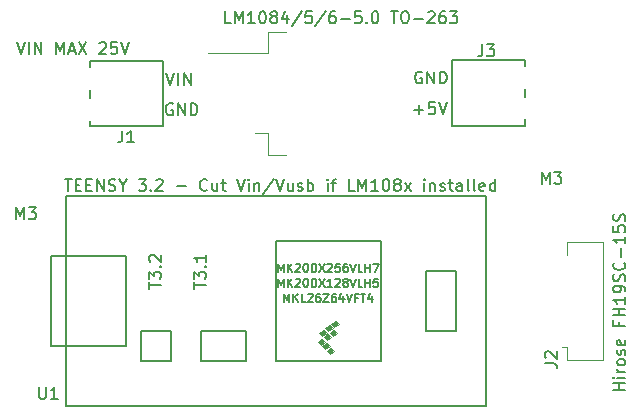
<source format=gbr>
G04 #@! TF.GenerationSoftware,KiCad,Pcbnew,(5.1.5)-2*
G04 #@! TF.CreationDate,2020-01-08T13:09:33+10:00*
G04 #@! TF.ProjectId,teensy-carrier,7465656e-7379-42d6-9361-72726965722e,rev?*
G04 #@! TF.SameCoordinates,Original*
G04 #@! TF.FileFunction,Legend,Top*
G04 #@! TF.FilePolarity,Positive*
%FSLAX46Y46*%
G04 Gerber Fmt 4.6, Leading zero omitted, Abs format (unit mm)*
G04 Created by KiCad (PCBNEW (5.1.5)-2) date 2020-01-08 13:09:33*
%MOMM*%
%LPD*%
G04 APERTURE LIST*
%ADD10C,0.150000*%
%ADD11C,0.100000*%
%ADD12C,0.120000*%
G04 APERTURE END LIST*
D10*
X670190476Y-382952380D02*
X670190476Y-381952380D01*
X670523809Y-382666666D01*
X670857142Y-381952380D01*
X670857142Y-382952380D01*
X671238095Y-381952380D02*
X671857142Y-381952380D01*
X671523809Y-382333333D01*
X671666666Y-382333333D01*
X671761904Y-382380952D01*
X671809523Y-382428571D01*
X671857142Y-382523809D01*
X671857142Y-382761904D01*
X671809523Y-382857142D01*
X671761904Y-382904761D01*
X671666666Y-382952380D01*
X671380952Y-382952380D01*
X671285714Y-382904761D01*
X671238095Y-382857142D01*
X714690476Y-379952380D02*
X714690476Y-378952380D01*
X715023809Y-379666666D01*
X715357142Y-378952380D01*
X715357142Y-379952380D01*
X715738095Y-378952380D02*
X716357142Y-378952380D01*
X716023809Y-379333333D01*
X716166666Y-379333333D01*
X716261904Y-379380952D01*
X716309523Y-379428571D01*
X716357142Y-379523809D01*
X716357142Y-379761904D01*
X716309523Y-379857142D01*
X716261904Y-379904761D01*
X716166666Y-379952380D01*
X715880952Y-379952380D01*
X715785714Y-379904761D01*
X715738095Y-379857142D01*
X721752380Y-397428571D02*
X720752380Y-397428571D01*
X721228571Y-397428571D02*
X721228571Y-396857142D01*
X721752380Y-396857142D02*
X720752380Y-396857142D01*
X721752380Y-396380952D02*
X721085714Y-396380952D01*
X720752380Y-396380952D02*
X720800000Y-396428571D01*
X720847619Y-396380952D01*
X720800000Y-396333333D01*
X720752380Y-396380952D01*
X720847619Y-396380952D01*
X721752380Y-395904761D02*
X721085714Y-395904761D01*
X721276190Y-395904761D02*
X721180952Y-395857142D01*
X721133333Y-395809523D01*
X721085714Y-395714285D01*
X721085714Y-395619047D01*
X721752380Y-395142857D02*
X721704761Y-395238095D01*
X721657142Y-395285714D01*
X721561904Y-395333333D01*
X721276190Y-395333333D01*
X721180952Y-395285714D01*
X721133333Y-395238095D01*
X721085714Y-395142857D01*
X721085714Y-395000000D01*
X721133333Y-394904761D01*
X721180952Y-394857142D01*
X721276190Y-394809523D01*
X721561904Y-394809523D01*
X721657142Y-394857142D01*
X721704761Y-394904761D01*
X721752380Y-395000000D01*
X721752380Y-395142857D01*
X721704761Y-394428571D02*
X721752380Y-394333333D01*
X721752380Y-394142857D01*
X721704761Y-394047619D01*
X721609523Y-394000000D01*
X721561904Y-394000000D01*
X721466666Y-394047619D01*
X721419047Y-394142857D01*
X721419047Y-394285714D01*
X721371428Y-394380952D01*
X721276190Y-394428571D01*
X721228571Y-394428571D01*
X721133333Y-394380952D01*
X721085714Y-394285714D01*
X721085714Y-394142857D01*
X721133333Y-394047619D01*
X721704761Y-393190476D02*
X721752380Y-393285714D01*
X721752380Y-393476190D01*
X721704761Y-393571428D01*
X721609523Y-393619047D01*
X721228571Y-393619047D01*
X721133333Y-393571428D01*
X721085714Y-393476190D01*
X721085714Y-393285714D01*
X721133333Y-393190476D01*
X721228571Y-393142857D01*
X721323809Y-393142857D01*
X721419047Y-393619047D01*
X721228571Y-391619047D02*
X721228571Y-391952380D01*
X721752380Y-391952380D02*
X720752380Y-391952380D01*
X720752380Y-391476190D01*
X721752380Y-391095238D02*
X720752380Y-391095238D01*
X721228571Y-391095238D02*
X721228571Y-390523809D01*
X721752380Y-390523809D02*
X720752380Y-390523809D01*
X721752380Y-389523809D02*
X721752380Y-390095238D01*
X721752380Y-389809523D02*
X720752380Y-389809523D01*
X720895238Y-389904761D01*
X720990476Y-390000000D01*
X721038095Y-390095238D01*
X721752380Y-389047619D02*
X721752380Y-388857142D01*
X721704761Y-388761904D01*
X721657142Y-388714285D01*
X721514285Y-388619047D01*
X721323809Y-388571428D01*
X720942857Y-388571428D01*
X720847619Y-388619047D01*
X720800000Y-388666666D01*
X720752380Y-388761904D01*
X720752380Y-388952380D01*
X720800000Y-389047619D01*
X720847619Y-389095238D01*
X720942857Y-389142857D01*
X721180952Y-389142857D01*
X721276190Y-389095238D01*
X721323809Y-389047619D01*
X721371428Y-388952380D01*
X721371428Y-388761904D01*
X721323809Y-388666666D01*
X721276190Y-388619047D01*
X721180952Y-388571428D01*
X721704761Y-388190476D02*
X721752380Y-388047619D01*
X721752380Y-387809523D01*
X721704761Y-387714285D01*
X721657142Y-387666666D01*
X721561904Y-387619047D01*
X721466666Y-387619047D01*
X721371428Y-387666666D01*
X721323809Y-387714285D01*
X721276190Y-387809523D01*
X721228571Y-388000000D01*
X721180952Y-388095238D01*
X721133333Y-388142857D01*
X721038095Y-388190476D01*
X720942857Y-388190476D01*
X720847619Y-388142857D01*
X720800000Y-388095238D01*
X720752380Y-388000000D01*
X720752380Y-387761904D01*
X720800000Y-387619047D01*
X721657142Y-386619047D02*
X721704761Y-386666666D01*
X721752380Y-386809523D01*
X721752380Y-386904761D01*
X721704761Y-387047619D01*
X721609523Y-387142857D01*
X721514285Y-387190476D01*
X721323809Y-387238095D01*
X721180952Y-387238095D01*
X720990476Y-387190476D01*
X720895238Y-387142857D01*
X720800000Y-387047619D01*
X720752380Y-386904761D01*
X720752380Y-386809523D01*
X720800000Y-386666666D01*
X720847619Y-386619047D01*
X721371428Y-386190476D02*
X721371428Y-385428571D01*
X721752380Y-384428571D02*
X721752380Y-385000000D01*
X721752380Y-384714285D02*
X720752380Y-384714285D01*
X720895238Y-384809523D01*
X720990476Y-384904761D01*
X721038095Y-385000000D01*
X720752380Y-383523809D02*
X720752380Y-384000000D01*
X721228571Y-384047619D01*
X721180952Y-384000000D01*
X721133333Y-383904761D01*
X721133333Y-383666666D01*
X721180952Y-383571428D01*
X721228571Y-383523809D01*
X721323809Y-383476190D01*
X721561904Y-383476190D01*
X721657142Y-383523809D01*
X721704761Y-383571428D01*
X721752380Y-383666666D01*
X721752380Y-383904761D01*
X721704761Y-384000000D01*
X721657142Y-384047619D01*
X721704761Y-383095238D02*
X721752380Y-382952380D01*
X721752380Y-382714285D01*
X721704761Y-382619047D01*
X721657142Y-382571428D01*
X721561904Y-382523809D01*
X721466666Y-382523809D01*
X721371428Y-382571428D01*
X721323809Y-382619047D01*
X721276190Y-382714285D01*
X721228571Y-382904761D01*
X721180952Y-383000000D01*
X721133333Y-383047619D01*
X721038095Y-383095238D01*
X720942857Y-383095238D01*
X720847619Y-383047619D01*
X720800000Y-383000000D01*
X720752380Y-382904761D01*
X720752380Y-382666666D01*
X720800000Y-382523809D01*
X674314285Y-379552380D02*
X674885714Y-379552380D01*
X674600000Y-380552380D02*
X674600000Y-379552380D01*
X675219047Y-380028571D02*
X675552380Y-380028571D01*
X675695238Y-380552380D02*
X675219047Y-380552380D01*
X675219047Y-379552380D01*
X675695238Y-379552380D01*
X676123809Y-380028571D02*
X676457142Y-380028571D01*
X676600000Y-380552380D02*
X676123809Y-380552380D01*
X676123809Y-379552380D01*
X676600000Y-379552380D01*
X677028571Y-380552380D02*
X677028571Y-379552380D01*
X677600000Y-380552380D01*
X677600000Y-379552380D01*
X678028571Y-380504761D02*
X678171428Y-380552380D01*
X678409523Y-380552380D01*
X678504761Y-380504761D01*
X678552380Y-380457142D01*
X678600000Y-380361904D01*
X678600000Y-380266666D01*
X678552380Y-380171428D01*
X678504761Y-380123809D01*
X678409523Y-380076190D01*
X678219047Y-380028571D01*
X678123809Y-379980952D01*
X678076190Y-379933333D01*
X678028571Y-379838095D01*
X678028571Y-379742857D01*
X678076190Y-379647619D01*
X678123809Y-379600000D01*
X678219047Y-379552380D01*
X678457142Y-379552380D01*
X678600000Y-379600000D01*
X679219047Y-380076190D02*
X679219047Y-380552380D01*
X678885714Y-379552380D02*
X679219047Y-380076190D01*
X679552380Y-379552380D01*
X680552380Y-379552380D02*
X681171428Y-379552380D01*
X680838095Y-379933333D01*
X680980952Y-379933333D01*
X681076190Y-379980952D01*
X681123809Y-380028571D01*
X681171428Y-380123809D01*
X681171428Y-380361904D01*
X681123809Y-380457142D01*
X681076190Y-380504761D01*
X680980952Y-380552380D01*
X680695238Y-380552380D01*
X680600000Y-380504761D01*
X680552380Y-380457142D01*
X681600000Y-380457142D02*
X681647619Y-380504761D01*
X681600000Y-380552380D01*
X681552380Y-380504761D01*
X681600000Y-380457142D01*
X681600000Y-380552380D01*
X682028571Y-379647619D02*
X682076190Y-379600000D01*
X682171428Y-379552380D01*
X682409523Y-379552380D01*
X682504761Y-379600000D01*
X682552380Y-379647619D01*
X682600000Y-379742857D01*
X682600000Y-379838095D01*
X682552380Y-379980952D01*
X681980952Y-380552380D01*
X682600000Y-380552380D01*
X683790476Y-380171428D02*
X684552380Y-380171428D01*
X686361904Y-380457142D02*
X686314285Y-380504761D01*
X686171428Y-380552380D01*
X686076190Y-380552380D01*
X685933333Y-380504761D01*
X685838095Y-380409523D01*
X685790476Y-380314285D01*
X685742857Y-380123809D01*
X685742857Y-379980952D01*
X685790476Y-379790476D01*
X685838095Y-379695238D01*
X685933333Y-379600000D01*
X686076190Y-379552380D01*
X686171428Y-379552380D01*
X686314285Y-379600000D01*
X686361904Y-379647619D01*
X687219047Y-379885714D02*
X687219047Y-380552380D01*
X686790476Y-379885714D02*
X686790476Y-380409523D01*
X686838095Y-380504761D01*
X686933333Y-380552380D01*
X687076190Y-380552380D01*
X687171428Y-380504761D01*
X687219047Y-380457142D01*
X687552380Y-379885714D02*
X687933333Y-379885714D01*
X687695238Y-379552380D02*
X687695238Y-380409523D01*
X687742857Y-380504761D01*
X687838095Y-380552380D01*
X687933333Y-380552380D01*
X688885714Y-379552380D02*
X689219047Y-380552380D01*
X689552380Y-379552380D01*
X689885714Y-380552380D02*
X689885714Y-379885714D01*
X689885714Y-379552380D02*
X689838095Y-379600000D01*
X689885714Y-379647619D01*
X689933333Y-379600000D01*
X689885714Y-379552380D01*
X689885714Y-379647619D01*
X690361904Y-379885714D02*
X690361904Y-380552380D01*
X690361904Y-379980952D02*
X690409523Y-379933333D01*
X690504761Y-379885714D01*
X690647619Y-379885714D01*
X690742857Y-379933333D01*
X690790476Y-380028571D01*
X690790476Y-380552380D01*
X691980952Y-379504761D02*
X691123809Y-380790476D01*
X692171428Y-379552380D02*
X692504761Y-380552380D01*
X692838095Y-379552380D01*
X693600000Y-379885714D02*
X693600000Y-380552380D01*
X693171428Y-379885714D02*
X693171428Y-380409523D01*
X693219047Y-380504761D01*
X693314285Y-380552380D01*
X693457142Y-380552380D01*
X693552380Y-380504761D01*
X693600000Y-380457142D01*
X694028571Y-380504761D02*
X694123809Y-380552380D01*
X694314285Y-380552380D01*
X694409523Y-380504761D01*
X694457142Y-380409523D01*
X694457142Y-380361904D01*
X694409523Y-380266666D01*
X694314285Y-380219047D01*
X694171428Y-380219047D01*
X694076190Y-380171428D01*
X694028571Y-380076190D01*
X694028571Y-380028571D01*
X694076190Y-379933333D01*
X694171428Y-379885714D01*
X694314285Y-379885714D01*
X694409523Y-379933333D01*
X694885714Y-380552380D02*
X694885714Y-379552380D01*
X694885714Y-379933333D02*
X694980952Y-379885714D01*
X695171428Y-379885714D01*
X695266666Y-379933333D01*
X695314285Y-379980952D01*
X695361904Y-380076190D01*
X695361904Y-380361904D01*
X695314285Y-380457142D01*
X695266666Y-380504761D01*
X695171428Y-380552380D01*
X694980952Y-380552380D01*
X694885714Y-380504761D01*
X696552380Y-380552380D02*
X696552380Y-379885714D01*
X696552380Y-379552380D02*
X696504761Y-379600000D01*
X696552380Y-379647619D01*
X696600000Y-379600000D01*
X696552380Y-379552380D01*
X696552380Y-379647619D01*
X696885714Y-379885714D02*
X697266666Y-379885714D01*
X697028571Y-380552380D02*
X697028571Y-379695238D01*
X697076190Y-379600000D01*
X697171428Y-379552380D01*
X697266666Y-379552380D01*
X698838095Y-380552380D02*
X698361904Y-380552380D01*
X698361904Y-379552380D01*
X699171428Y-380552380D02*
X699171428Y-379552380D01*
X699504761Y-380266666D01*
X699838095Y-379552380D01*
X699838095Y-380552380D01*
X700838095Y-380552380D02*
X700266666Y-380552380D01*
X700552380Y-380552380D02*
X700552380Y-379552380D01*
X700457142Y-379695238D01*
X700361904Y-379790476D01*
X700266666Y-379838095D01*
X701457142Y-379552380D02*
X701552380Y-379552380D01*
X701647619Y-379600000D01*
X701695238Y-379647619D01*
X701742857Y-379742857D01*
X701790476Y-379933333D01*
X701790476Y-380171428D01*
X701742857Y-380361904D01*
X701695238Y-380457142D01*
X701647619Y-380504761D01*
X701552380Y-380552380D01*
X701457142Y-380552380D01*
X701361904Y-380504761D01*
X701314285Y-380457142D01*
X701266666Y-380361904D01*
X701219047Y-380171428D01*
X701219047Y-379933333D01*
X701266666Y-379742857D01*
X701314285Y-379647619D01*
X701361904Y-379600000D01*
X701457142Y-379552380D01*
X702361904Y-379980952D02*
X702266666Y-379933333D01*
X702219047Y-379885714D01*
X702171428Y-379790476D01*
X702171428Y-379742857D01*
X702219047Y-379647619D01*
X702266666Y-379600000D01*
X702361904Y-379552380D01*
X702552380Y-379552380D01*
X702647619Y-379600000D01*
X702695238Y-379647619D01*
X702742857Y-379742857D01*
X702742857Y-379790476D01*
X702695238Y-379885714D01*
X702647619Y-379933333D01*
X702552380Y-379980952D01*
X702361904Y-379980952D01*
X702266666Y-380028571D01*
X702219047Y-380076190D01*
X702171428Y-380171428D01*
X702171428Y-380361904D01*
X702219047Y-380457142D01*
X702266666Y-380504761D01*
X702361904Y-380552380D01*
X702552380Y-380552380D01*
X702647619Y-380504761D01*
X702695238Y-380457142D01*
X702742857Y-380361904D01*
X702742857Y-380171428D01*
X702695238Y-380076190D01*
X702647619Y-380028571D01*
X702552380Y-379980952D01*
X703076190Y-380552380D02*
X703600000Y-379885714D01*
X703076190Y-379885714D02*
X703600000Y-380552380D01*
X704742857Y-380552380D02*
X704742857Y-379885714D01*
X704742857Y-379552380D02*
X704695238Y-379600000D01*
X704742857Y-379647619D01*
X704790476Y-379600000D01*
X704742857Y-379552380D01*
X704742857Y-379647619D01*
X705219047Y-379885714D02*
X705219047Y-380552380D01*
X705219047Y-379980952D02*
X705266666Y-379933333D01*
X705361904Y-379885714D01*
X705504761Y-379885714D01*
X705600000Y-379933333D01*
X705647619Y-380028571D01*
X705647619Y-380552380D01*
X706076190Y-380504761D02*
X706171428Y-380552380D01*
X706361904Y-380552380D01*
X706457142Y-380504761D01*
X706504761Y-380409523D01*
X706504761Y-380361904D01*
X706457142Y-380266666D01*
X706361904Y-380219047D01*
X706219047Y-380219047D01*
X706123809Y-380171428D01*
X706076190Y-380076190D01*
X706076190Y-380028571D01*
X706123809Y-379933333D01*
X706219047Y-379885714D01*
X706361904Y-379885714D01*
X706457142Y-379933333D01*
X706790476Y-379885714D02*
X707171428Y-379885714D01*
X706933333Y-379552380D02*
X706933333Y-380409523D01*
X706980952Y-380504761D01*
X707076190Y-380552380D01*
X707171428Y-380552380D01*
X707933333Y-380552380D02*
X707933333Y-380028571D01*
X707885714Y-379933333D01*
X707790476Y-379885714D01*
X707600000Y-379885714D01*
X707504761Y-379933333D01*
X707933333Y-380504761D02*
X707838095Y-380552380D01*
X707600000Y-380552380D01*
X707504761Y-380504761D01*
X707457142Y-380409523D01*
X707457142Y-380314285D01*
X707504761Y-380219047D01*
X707600000Y-380171428D01*
X707838095Y-380171428D01*
X707933333Y-380123809D01*
X708552380Y-380552380D02*
X708457142Y-380504761D01*
X708409523Y-380409523D01*
X708409523Y-379552380D01*
X709076190Y-380552380D02*
X708980952Y-380504761D01*
X708933333Y-380409523D01*
X708933333Y-379552380D01*
X709838095Y-380504761D02*
X709742857Y-380552380D01*
X709552380Y-380552380D01*
X709457142Y-380504761D01*
X709409523Y-380409523D01*
X709409523Y-380028571D01*
X709457142Y-379933333D01*
X709552380Y-379885714D01*
X709742857Y-379885714D01*
X709838095Y-379933333D01*
X709885714Y-380028571D01*
X709885714Y-380123809D01*
X709409523Y-380219047D01*
X710742857Y-380552380D02*
X710742857Y-379552380D01*
X710742857Y-380504761D02*
X710647619Y-380552380D01*
X710457142Y-380552380D01*
X710361904Y-380504761D01*
X710314285Y-380457142D01*
X710266666Y-380361904D01*
X710266666Y-380076190D01*
X710314285Y-379980952D01*
X710361904Y-379933333D01*
X710457142Y-379885714D01*
X710647619Y-379885714D01*
X710742857Y-379933333D01*
X688390476Y-366352380D02*
X687914285Y-366352380D01*
X687914285Y-365352380D01*
X688723809Y-366352380D02*
X688723809Y-365352380D01*
X689057142Y-366066666D01*
X689390476Y-365352380D01*
X689390476Y-366352380D01*
X690390476Y-366352380D02*
X689819047Y-366352380D01*
X690104761Y-366352380D02*
X690104761Y-365352380D01*
X690009523Y-365495238D01*
X689914285Y-365590476D01*
X689819047Y-365638095D01*
X691009523Y-365352380D02*
X691104761Y-365352380D01*
X691200000Y-365400000D01*
X691247619Y-365447619D01*
X691295238Y-365542857D01*
X691342857Y-365733333D01*
X691342857Y-365971428D01*
X691295238Y-366161904D01*
X691247619Y-366257142D01*
X691200000Y-366304761D01*
X691104761Y-366352380D01*
X691009523Y-366352380D01*
X690914285Y-366304761D01*
X690866666Y-366257142D01*
X690819047Y-366161904D01*
X690771428Y-365971428D01*
X690771428Y-365733333D01*
X690819047Y-365542857D01*
X690866666Y-365447619D01*
X690914285Y-365400000D01*
X691009523Y-365352380D01*
X691914285Y-365780952D02*
X691819047Y-365733333D01*
X691771428Y-365685714D01*
X691723809Y-365590476D01*
X691723809Y-365542857D01*
X691771428Y-365447619D01*
X691819047Y-365400000D01*
X691914285Y-365352380D01*
X692104761Y-365352380D01*
X692200000Y-365400000D01*
X692247619Y-365447619D01*
X692295238Y-365542857D01*
X692295238Y-365590476D01*
X692247619Y-365685714D01*
X692200000Y-365733333D01*
X692104761Y-365780952D01*
X691914285Y-365780952D01*
X691819047Y-365828571D01*
X691771428Y-365876190D01*
X691723809Y-365971428D01*
X691723809Y-366161904D01*
X691771428Y-366257142D01*
X691819047Y-366304761D01*
X691914285Y-366352380D01*
X692104761Y-366352380D01*
X692200000Y-366304761D01*
X692247619Y-366257142D01*
X692295238Y-366161904D01*
X692295238Y-365971428D01*
X692247619Y-365876190D01*
X692200000Y-365828571D01*
X692104761Y-365780952D01*
X693152380Y-365685714D02*
X693152380Y-366352380D01*
X692914285Y-365304761D02*
X692676190Y-366019047D01*
X693295238Y-366019047D01*
X694390476Y-365304761D02*
X693533333Y-366590476D01*
X695200000Y-365352380D02*
X694723809Y-365352380D01*
X694676190Y-365828571D01*
X694723809Y-365780952D01*
X694819047Y-365733333D01*
X695057142Y-365733333D01*
X695152380Y-365780952D01*
X695200000Y-365828571D01*
X695247619Y-365923809D01*
X695247619Y-366161904D01*
X695200000Y-366257142D01*
X695152380Y-366304761D01*
X695057142Y-366352380D01*
X694819047Y-366352380D01*
X694723809Y-366304761D01*
X694676190Y-366257142D01*
X696390476Y-365304761D02*
X695533333Y-366590476D01*
X697152380Y-365352380D02*
X696961904Y-365352380D01*
X696866666Y-365400000D01*
X696819047Y-365447619D01*
X696723809Y-365590476D01*
X696676190Y-365780952D01*
X696676190Y-366161904D01*
X696723809Y-366257142D01*
X696771428Y-366304761D01*
X696866666Y-366352380D01*
X697057142Y-366352380D01*
X697152380Y-366304761D01*
X697200000Y-366257142D01*
X697247619Y-366161904D01*
X697247619Y-365923809D01*
X697200000Y-365828571D01*
X697152380Y-365780952D01*
X697057142Y-365733333D01*
X696866666Y-365733333D01*
X696771428Y-365780952D01*
X696723809Y-365828571D01*
X696676190Y-365923809D01*
X697676190Y-365971428D02*
X698438095Y-365971428D01*
X699390476Y-365352380D02*
X698914285Y-365352380D01*
X698866666Y-365828571D01*
X698914285Y-365780952D01*
X699009523Y-365733333D01*
X699247619Y-365733333D01*
X699342857Y-365780952D01*
X699390476Y-365828571D01*
X699438095Y-365923809D01*
X699438095Y-366161904D01*
X699390476Y-366257142D01*
X699342857Y-366304761D01*
X699247619Y-366352380D01*
X699009523Y-366352380D01*
X698914285Y-366304761D01*
X698866666Y-366257142D01*
X699866666Y-366257142D02*
X699914285Y-366304761D01*
X699866666Y-366352380D01*
X699819047Y-366304761D01*
X699866666Y-366257142D01*
X699866666Y-366352380D01*
X700533333Y-365352380D02*
X700628571Y-365352380D01*
X700723809Y-365400000D01*
X700771428Y-365447619D01*
X700819047Y-365542857D01*
X700866666Y-365733333D01*
X700866666Y-365971428D01*
X700819047Y-366161904D01*
X700771428Y-366257142D01*
X700723809Y-366304761D01*
X700628571Y-366352380D01*
X700533333Y-366352380D01*
X700438095Y-366304761D01*
X700390476Y-366257142D01*
X700342857Y-366161904D01*
X700295238Y-365971428D01*
X700295238Y-365733333D01*
X700342857Y-365542857D01*
X700390476Y-365447619D01*
X700438095Y-365400000D01*
X700533333Y-365352380D01*
X701914285Y-365352380D02*
X702485714Y-365352380D01*
X702200000Y-366352380D02*
X702200000Y-365352380D01*
X703009523Y-365352380D02*
X703200000Y-365352380D01*
X703295238Y-365400000D01*
X703390476Y-365495238D01*
X703438095Y-365685714D01*
X703438095Y-366019047D01*
X703390476Y-366209523D01*
X703295238Y-366304761D01*
X703200000Y-366352380D01*
X703009523Y-366352380D01*
X702914285Y-366304761D01*
X702819047Y-366209523D01*
X702771428Y-366019047D01*
X702771428Y-365685714D01*
X702819047Y-365495238D01*
X702914285Y-365400000D01*
X703009523Y-365352380D01*
X703866666Y-365971428D02*
X704628571Y-365971428D01*
X705057142Y-365447619D02*
X705104761Y-365400000D01*
X705200000Y-365352380D01*
X705438095Y-365352380D01*
X705533333Y-365400000D01*
X705580952Y-365447619D01*
X705628571Y-365542857D01*
X705628571Y-365638095D01*
X705580952Y-365780952D01*
X705009523Y-366352380D01*
X705628571Y-366352380D01*
X706485714Y-365352380D02*
X706295238Y-365352380D01*
X706200000Y-365400000D01*
X706152380Y-365447619D01*
X706057142Y-365590476D01*
X706009523Y-365780952D01*
X706009523Y-366161904D01*
X706057142Y-366257142D01*
X706104761Y-366304761D01*
X706200000Y-366352380D01*
X706390476Y-366352380D01*
X706485714Y-366304761D01*
X706533333Y-366257142D01*
X706580952Y-366161904D01*
X706580952Y-365923809D01*
X706533333Y-365828571D01*
X706485714Y-365780952D01*
X706390476Y-365733333D01*
X706200000Y-365733333D01*
X706104761Y-365780952D01*
X706057142Y-365828571D01*
X706009523Y-365923809D01*
X706914285Y-365352380D02*
X707533333Y-365352380D01*
X707200000Y-365733333D01*
X707342857Y-365733333D01*
X707438095Y-365780952D01*
X707485714Y-365828571D01*
X707533333Y-365923809D01*
X707533333Y-366161904D01*
X707485714Y-366257142D01*
X707438095Y-366304761D01*
X707342857Y-366352380D01*
X707057142Y-366352380D01*
X706961904Y-366304761D01*
X706914285Y-366257142D01*
X682904761Y-370552380D02*
X683238095Y-371552380D01*
X683571428Y-370552380D01*
X683904761Y-371552380D02*
X683904761Y-370552380D01*
X684380952Y-371552380D02*
X684380952Y-370552380D01*
X684952380Y-371552380D01*
X684952380Y-370552380D01*
X703914285Y-373671428D02*
X704676190Y-373671428D01*
X704295238Y-374052380D02*
X704295238Y-373290476D01*
X705628571Y-373052380D02*
X705152380Y-373052380D01*
X705104761Y-373528571D01*
X705152380Y-373480952D01*
X705247619Y-373433333D01*
X705485714Y-373433333D01*
X705580952Y-373480952D01*
X705628571Y-373528571D01*
X705676190Y-373623809D01*
X705676190Y-373861904D01*
X705628571Y-373957142D01*
X705580952Y-374004761D01*
X705485714Y-374052380D01*
X705247619Y-374052380D01*
X705152380Y-374004761D01*
X705104761Y-373957142D01*
X705961904Y-373052380D02*
X706295238Y-374052380D01*
X706628571Y-373052380D01*
X704538095Y-370500000D02*
X704442857Y-370452380D01*
X704300000Y-370452380D01*
X704157142Y-370500000D01*
X704061904Y-370595238D01*
X704014285Y-370690476D01*
X703966666Y-370880952D01*
X703966666Y-371023809D01*
X704014285Y-371214285D01*
X704061904Y-371309523D01*
X704157142Y-371404761D01*
X704300000Y-371452380D01*
X704395238Y-371452380D01*
X704538095Y-371404761D01*
X704585714Y-371357142D01*
X704585714Y-371023809D01*
X704395238Y-371023809D01*
X705014285Y-371452380D02*
X705014285Y-370452380D01*
X705585714Y-371452380D01*
X705585714Y-370452380D01*
X706061904Y-371452380D02*
X706061904Y-370452380D01*
X706300000Y-370452380D01*
X706442857Y-370500000D01*
X706538095Y-370595238D01*
X706585714Y-370690476D01*
X706633333Y-370880952D01*
X706633333Y-371023809D01*
X706585714Y-371214285D01*
X706538095Y-371309523D01*
X706442857Y-371404761D01*
X706300000Y-371452380D01*
X706061904Y-371452380D01*
X683438095Y-373200000D02*
X683342857Y-373152380D01*
X683200000Y-373152380D01*
X683057142Y-373200000D01*
X682961904Y-373295238D01*
X682914285Y-373390476D01*
X682866666Y-373580952D01*
X682866666Y-373723809D01*
X682914285Y-373914285D01*
X682961904Y-374009523D01*
X683057142Y-374104761D01*
X683200000Y-374152380D01*
X683295238Y-374152380D01*
X683438095Y-374104761D01*
X683485714Y-374057142D01*
X683485714Y-373723809D01*
X683295238Y-373723809D01*
X683914285Y-374152380D02*
X683914285Y-373152380D01*
X684485714Y-374152380D01*
X684485714Y-373152380D01*
X684961904Y-374152380D02*
X684961904Y-373152380D01*
X685200000Y-373152380D01*
X685342857Y-373200000D01*
X685438095Y-373295238D01*
X685485714Y-373390476D01*
X685533333Y-373580952D01*
X685533333Y-373723809D01*
X685485714Y-373914285D01*
X685438095Y-374009523D01*
X685342857Y-374104761D01*
X685200000Y-374152380D01*
X684961904Y-374152380D01*
X670285714Y-367952380D02*
X670619047Y-368952380D01*
X670952380Y-367952380D01*
X671285714Y-368952380D02*
X671285714Y-367952380D01*
X671761904Y-368952380D02*
X671761904Y-367952380D01*
X672333333Y-368952380D01*
X672333333Y-367952380D01*
X673571428Y-368952380D02*
X673571428Y-367952380D01*
X673904761Y-368666666D01*
X674238095Y-367952380D01*
X674238095Y-368952380D01*
X674666666Y-368666666D02*
X675142857Y-368666666D01*
X674571428Y-368952380D02*
X674904761Y-367952380D01*
X675238095Y-368952380D01*
X675476190Y-367952380D02*
X676142857Y-368952380D01*
X676142857Y-367952380D02*
X675476190Y-368952380D01*
X677238095Y-368047619D02*
X677285714Y-368000000D01*
X677380952Y-367952380D01*
X677619047Y-367952380D01*
X677714285Y-368000000D01*
X677761904Y-368047619D01*
X677809523Y-368142857D01*
X677809523Y-368238095D01*
X677761904Y-368380952D01*
X677190476Y-368952380D01*
X677809523Y-368952380D01*
X678714285Y-367952380D02*
X678238095Y-367952380D01*
X678190476Y-368428571D01*
X678238095Y-368380952D01*
X678333333Y-368333333D01*
X678571428Y-368333333D01*
X678666666Y-368380952D01*
X678714285Y-368428571D01*
X678761904Y-368523809D01*
X678761904Y-368761904D01*
X678714285Y-368857142D01*
X678666666Y-368904761D01*
X678571428Y-368952380D01*
X678333333Y-368952380D01*
X678238095Y-368904761D01*
X678190476Y-368857142D01*
X679047619Y-367952380D02*
X679380952Y-368952380D01*
X679714285Y-367952380D01*
X676400000Y-372700000D02*
X676400000Y-372000000D01*
X676400000Y-369560000D02*
X676400000Y-370100000D01*
X682600000Y-369560000D02*
X676400000Y-369560000D01*
X682600000Y-375100000D02*
X682600000Y-369560000D01*
X676400000Y-375100000D02*
X682600000Y-375100000D01*
X676400000Y-374600000D02*
X676400000Y-375100000D01*
X713300000Y-371900000D02*
X713300000Y-372600000D01*
X713300000Y-375040000D02*
X713300000Y-374500000D01*
X707100000Y-375040000D02*
X713300000Y-375040000D01*
X707100000Y-369500000D02*
X707100000Y-375040000D01*
X713300000Y-369500000D02*
X707100000Y-369500000D01*
X713300000Y-370000000D02*
X713300000Y-369500000D01*
D11*
G36*
X696976000Y-392811000D02*
G01*
X696722000Y-392557000D01*
X697103000Y-392303000D01*
X697357000Y-392557000D01*
X696976000Y-392811000D01*
G37*
X696976000Y-392811000D02*
X696722000Y-392557000D01*
X697103000Y-392303000D01*
X697357000Y-392557000D01*
X696976000Y-392811000D01*
G36*
X695960000Y-393573000D02*
G01*
X695706000Y-393319000D01*
X696087000Y-393065000D01*
X696341000Y-393319000D01*
X695960000Y-393573000D01*
G37*
X695960000Y-393573000D02*
X695706000Y-393319000D01*
X696087000Y-393065000D01*
X696341000Y-393319000D01*
X695960000Y-393573000D01*
G36*
X696722000Y-394335000D02*
G01*
X696468000Y-394081000D01*
X696849000Y-393827000D01*
X697103000Y-394081000D01*
X696722000Y-394335000D01*
G37*
X696722000Y-394335000D02*
X696468000Y-394081000D01*
X696849000Y-393827000D01*
X697103000Y-394081000D01*
X696722000Y-394335000D01*
G36*
X696595000Y-392430000D02*
G01*
X696341000Y-392176000D01*
X696722000Y-391922000D01*
X696976000Y-392176000D01*
X696595000Y-392430000D01*
G37*
X696595000Y-392430000D02*
X696341000Y-392176000D01*
X696722000Y-391922000D01*
X696976000Y-392176000D01*
X696595000Y-392430000D01*
G36*
X696341000Y-393954000D02*
G01*
X696087000Y-393700000D01*
X696468000Y-393446000D01*
X696722000Y-393700000D01*
X696341000Y-393954000D01*
G37*
X696341000Y-393954000D02*
X696087000Y-393700000D01*
X696468000Y-393446000D01*
X696722000Y-393700000D01*
X696341000Y-393954000D01*
G36*
X697103000Y-392049000D02*
G01*
X696849000Y-391795000D01*
X697230000Y-391541000D01*
X697484000Y-391795000D01*
X697103000Y-392049000D01*
G37*
X697103000Y-392049000D02*
X696849000Y-391795000D01*
X697230000Y-391541000D01*
X697484000Y-391795000D01*
X697103000Y-392049000D01*
G36*
X696468000Y-393192000D02*
G01*
X696214000Y-392938000D01*
X696595000Y-392684000D01*
X696849000Y-392938000D01*
X696468000Y-393192000D01*
G37*
X696468000Y-393192000D02*
X696214000Y-392938000D01*
X696595000Y-392684000D01*
X696849000Y-392938000D01*
X696468000Y-393192000D01*
G36*
X696087000Y-392811000D02*
G01*
X695833000Y-392557000D01*
X696214000Y-392303000D01*
X696468000Y-392557000D01*
X696087000Y-392811000D01*
G37*
X696087000Y-392811000D02*
X695833000Y-392557000D01*
X696214000Y-392303000D01*
X696468000Y-392557000D01*
X696087000Y-392811000D01*
D10*
X674370000Y-398780000D02*
X674370000Y-381000000D01*
X709930000Y-398780000D02*
X674370000Y-398780000D01*
X709930000Y-381000000D02*
X709930000Y-398780000D01*
X674370000Y-381000000D02*
X709930000Y-381000000D01*
X701040000Y-394970000D02*
X692150000Y-394970000D01*
X701040000Y-384810000D02*
X692150000Y-384810000D01*
X692150000Y-384810000D02*
X692150000Y-394970000D01*
X701040000Y-394970000D02*
X701040000Y-384810000D01*
X704850000Y-387350000D02*
X707390000Y-387350000D01*
X704850000Y-392430000D02*
X704850000Y-387350000D01*
X707390000Y-392430000D02*
X704850000Y-392430000D01*
X707390000Y-387350000D02*
X707390000Y-392430000D01*
X680720000Y-392430000D02*
X680720000Y-394970000D01*
X683260000Y-392430000D02*
X680720000Y-392430000D01*
X683260000Y-394970000D02*
X683260000Y-392430000D01*
X680720000Y-394970000D02*
X683260000Y-394970000D01*
X679450000Y-393700000D02*
X674370000Y-393700000D01*
X679450000Y-386080000D02*
X674370000Y-386080000D01*
X679450000Y-393700000D02*
X679450000Y-386080000D01*
X685800000Y-392430000D02*
X685800000Y-394970000D01*
X689610000Y-392430000D02*
X685800000Y-392430000D01*
X689610000Y-394970000D02*
X689610000Y-392430000D01*
X685800000Y-394970000D02*
X689610000Y-394970000D01*
X673100000Y-386080000D02*
X674370000Y-386080000D01*
X673100000Y-393700000D02*
X673100000Y-386080000D01*
X674370000Y-393700000D02*
X673100000Y-393700000D01*
D12*
X691550000Y-375665000D02*
X690450000Y-375665000D01*
X691550000Y-377475000D02*
X691550000Y-375665000D01*
X693050000Y-377475000D02*
X691550000Y-377475000D01*
X691550000Y-368885000D02*
X686425000Y-368885000D01*
X691550000Y-367075000D02*
X691550000Y-368885000D01*
X693050000Y-367075000D02*
X691550000Y-367075000D01*
X716800000Y-393790000D02*
X716400000Y-393790000D01*
X719850000Y-394890000D02*
X719850000Y-384890000D01*
X716800000Y-384890000D02*
X719850000Y-384890000D01*
X716800000Y-385990000D02*
X716800000Y-384890000D01*
X716800000Y-394890000D02*
X719850000Y-394890000D01*
X716800000Y-393790000D02*
X716800000Y-394890000D01*
D10*
X679166666Y-375452380D02*
X679166666Y-376166666D01*
X679119047Y-376309523D01*
X679023809Y-376404761D01*
X678880952Y-376452380D01*
X678785714Y-376452380D01*
X680166666Y-376452380D02*
X679595238Y-376452380D01*
X679880952Y-376452380D02*
X679880952Y-375452380D01*
X679785714Y-375595238D01*
X679690476Y-375690476D01*
X679595238Y-375738095D01*
X709666666Y-368152380D02*
X709666666Y-368866666D01*
X709619047Y-369009523D01*
X709523809Y-369104761D01*
X709380952Y-369152380D01*
X709285714Y-369152380D01*
X710047619Y-368152380D02*
X710666666Y-368152380D01*
X710333333Y-368533333D01*
X710476190Y-368533333D01*
X710571428Y-368580952D01*
X710619047Y-368628571D01*
X710666666Y-368723809D01*
X710666666Y-368961904D01*
X710619047Y-369057142D01*
X710571428Y-369104761D01*
X710476190Y-369152380D01*
X710190476Y-369152380D01*
X710095238Y-369104761D01*
X710047619Y-369057142D01*
X672138095Y-397152380D02*
X672138095Y-397961904D01*
X672185714Y-398057142D01*
X672233333Y-398104761D01*
X672328571Y-398152380D01*
X672519047Y-398152380D01*
X672614285Y-398104761D01*
X672661904Y-398057142D01*
X672709523Y-397961904D01*
X672709523Y-397152380D01*
X673709523Y-398152380D02*
X673138095Y-398152380D01*
X673423809Y-398152380D02*
X673423809Y-397152380D01*
X673328571Y-397295238D01*
X673233333Y-397390476D01*
X673138095Y-397438095D01*
X692378333Y-388682666D02*
X692378333Y-387982666D01*
X692611666Y-388482666D01*
X692845000Y-387982666D01*
X692845000Y-388682666D01*
X693178333Y-388682666D02*
X693178333Y-387982666D01*
X693578333Y-388682666D02*
X693278333Y-388282666D01*
X693578333Y-387982666D02*
X693178333Y-388382666D01*
X693845000Y-388049333D02*
X693878333Y-388016000D01*
X693945000Y-387982666D01*
X694111666Y-387982666D01*
X694178333Y-388016000D01*
X694211666Y-388049333D01*
X694245000Y-388116000D01*
X694245000Y-388182666D01*
X694211666Y-388282666D01*
X693811666Y-388682666D01*
X694245000Y-388682666D01*
X694678333Y-387982666D02*
X694745000Y-387982666D01*
X694811666Y-388016000D01*
X694845000Y-388049333D01*
X694878333Y-388116000D01*
X694911666Y-388249333D01*
X694911666Y-388416000D01*
X694878333Y-388549333D01*
X694845000Y-388616000D01*
X694811666Y-388649333D01*
X694745000Y-388682666D01*
X694678333Y-388682666D01*
X694611666Y-388649333D01*
X694578333Y-388616000D01*
X694545000Y-388549333D01*
X694511666Y-388416000D01*
X694511666Y-388249333D01*
X694545000Y-388116000D01*
X694578333Y-388049333D01*
X694611666Y-388016000D01*
X694678333Y-387982666D01*
X695211666Y-388682666D02*
X695211666Y-387982666D01*
X695378333Y-387982666D01*
X695478333Y-388016000D01*
X695545000Y-388082666D01*
X695578333Y-388149333D01*
X695611666Y-388282666D01*
X695611666Y-388382666D01*
X695578333Y-388516000D01*
X695545000Y-388582666D01*
X695478333Y-388649333D01*
X695378333Y-388682666D01*
X695211666Y-388682666D01*
X695845000Y-387982666D02*
X696311666Y-388682666D01*
X696311666Y-387982666D02*
X695845000Y-388682666D01*
X696945000Y-388682666D02*
X696545000Y-388682666D01*
X696745000Y-388682666D02*
X696745000Y-387982666D01*
X696678333Y-388082666D01*
X696611666Y-388149333D01*
X696545000Y-388182666D01*
X697211666Y-388049333D02*
X697245000Y-388016000D01*
X697311666Y-387982666D01*
X697478333Y-387982666D01*
X697545000Y-388016000D01*
X697578333Y-388049333D01*
X697611666Y-388116000D01*
X697611666Y-388182666D01*
X697578333Y-388282666D01*
X697178333Y-388682666D01*
X697611666Y-388682666D01*
X698011666Y-388282666D02*
X697945000Y-388249333D01*
X697911666Y-388216000D01*
X697878333Y-388149333D01*
X697878333Y-388116000D01*
X697911666Y-388049333D01*
X697945000Y-388016000D01*
X698011666Y-387982666D01*
X698145000Y-387982666D01*
X698211666Y-388016000D01*
X698245000Y-388049333D01*
X698278333Y-388116000D01*
X698278333Y-388149333D01*
X698245000Y-388216000D01*
X698211666Y-388249333D01*
X698145000Y-388282666D01*
X698011666Y-388282666D01*
X697945000Y-388316000D01*
X697911666Y-388349333D01*
X697878333Y-388416000D01*
X697878333Y-388549333D01*
X697911666Y-388616000D01*
X697945000Y-388649333D01*
X698011666Y-388682666D01*
X698145000Y-388682666D01*
X698211666Y-388649333D01*
X698245000Y-388616000D01*
X698278333Y-388549333D01*
X698278333Y-388416000D01*
X698245000Y-388349333D01*
X698211666Y-388316000D01*
X698145000Y-388282666D01*
X698478333Y-387982666D02*
X698711666Y-388682666D01*
X698945000Y-387982666D01*
X699511666Y-388682666D02*
X699178333Y-388682666D01*
X699178333Y-387982666D01*
X699745000Y-388682666D02*
X699745000Y-387982666D01*
X699745000Y-388316000D02*
X700145000Y-388316000D01*
X700145000Y-388682666D02*
X700145000Y-387982666D01*
X700811666Y-387982666D02*
X700478333Y-387982666D01*
X700445000Y-388316000D01*
X700478333Y-388282666D01*
X700545000Y-388249333D01*
X700711666Y-388249333D01*
X700778333Y-388282666D01*
X700811666Y-388316000D01*
X700845000Y-388382666D01*
X700845000Y-388549333D01*
X700811666Y-388616000D01*
X700778333Y-388649333D01*
X700711666Y-388682666D01*
X700545000Y-388682666D01*
X700478333Y-388649333D01*
X700445000Y-388616000D01*
X692861666Y-389952666D02*
X692861666Y-389252666D01*
X693095000Y-389752666D01*
X693328333Y-389252666D01*
X693328333Y-389952666D01*
X693661666Y-389952666D02*
X693661666Y-389252666D01*
X694061666Y-389952666D02*
X693761666Y-389552666D01*
X694061666Y-389252666D02*
X693661666Y-389652666D01*
X694695000Y-389952666D02*
X694361666Y-389952666D01*
X694361666Y-389252666D01*
X694895000Y-389319333D02*
X694928333Y-389286000D01*
X694995000Y-389252666D01*
X695161666Y-389252666D01*
X695228333Y-389286000D01*
X695261666Y-389319333D01*
X695295000Y-389386000D01*
X695295000Y-389452666D01*
X695261666Y-389552666D01*
X694861666Y-389952666D01*
X695295000Y-389952666D01*
X695895000Y-389252666D02*
X695761666Y-389252666D01*
X695695000Y-389286000D01*
X695661666Y-389319333D01*
X695595000Y-389419333D01*
X695561666Y-389552666D01*
X695561666Y-389819333D01*
X695595000Y-389886000D01*
X695628333Y-389919333D01*
X695695000Y-389952666D01*
X695828333Y-389952666D01*
X695895000Y-389919333D01*
X695928333Y-389886000D01*
X695961666Y-389819333D01*
X695961666Y-389652666D01*
X695928333Y-389586000D01*
X695895000Y-389552666D01*
X695828333Y-389519333D01*
X695695000Y-389519333D01*
X695628333Y-389552666D01*
X695595000Y-389586000D01*
X695561666Y-389652666D01*
X696195000Y-389252666D02*
X696661666Y-389252666D01*
X696195000Y-389952666D01*
X696661666Y-389952666D01*
X697228333Y-389252666D02*
X697095000Y-389252666D01*
X697028333Y-389286000D01*
X696995000Y-389319333D01*
X696928333Y-389419333D01*
X696895000Y-389552666D01*
X696895000Y-389819333D01*
X696928333Y-389886000D01*
X696961666Y-389919333D01*
X697028333Y-389952666D01*
X697161666Y-389952666D01*
X697228333Y-389919333D01*
X697261666Y-389886000D01*
X697295000Y-389819333D01*
X697295000Y-389652666D01*
X697261666Y-389586000D01*
X697228333Y-389552666D01*
X697161666Y-389519333D01*
X697028333Y-389519333D01*
X696961666Y-389552666D01*
X696928333Y-389586000D01*
X696895000Y-389652666D01*
X697895000Y-389486000D02*
X697895000Y-389952666D01*
X697728333Y-389219333D02*
X697561666Y-389719333D01*
X697995000Y-389719333D01*
X698161666Y-389252666D02*
X698395000Y-389952666D01*
X698628333Y-389252666D01*
X699095000Y-389586000D02*
X698861666Y-389586000D01*
X698861666Y-389952666D02*
X698861666Y-389252666D01*
X699195000Y-389252666D01*
X699361666Y-389252666D02*
X699761666Y-389252666D01*
X699561666Y-389952666D02*
X699561666Y-389252666D01*
X700295000Y-389486000D02*
X700295000Y-389952666D01*
X700128333Y-389219333D02*
X699961666Y-389719333D01*
X700395000Y-389719333D01*
X692378333Y-387412666D02*
X692378333Y-386712666D01*
X692611666Y-387212666D01*
X692845000Y-386712666D01*
X692845000Y-387412666D01*
X693178333Y-387412666D02*
X693178333Y-386712666D01*
X693578333Y-387412666D02*
X693278333Y-387012666D01*
X693578333Y-386712666D02*
X693178333Y-387112666D01*
X693845000Y-386779333D02*
X693878333Y-386746000D01*
X693945000Y-386712666D01*
X694111666Y-386712666D01*
X694178333Y-386746000D01*
X694211666Y-386779333D01*
X694245000Y-386846000D01*
X694245000Y-386912666D01*
X694211666Y-387012666D01*
X693811666Y-387412666D01*
X694245000Y-387412666D01*
X694678333Y-386712666D02*
X694745000Y-386712666D01*
X694811666Y-386746000D01*
X694845000Y-386779333D01*
X694878333Y-386846000D01*
X694911666Y-386979333D01*
X694911666Y-387146000D01*
X694878333Y-387279333D01*
X694845000Y-387346000D01*
X694811666Y-387379333D01*
X694745000Y-387412666D01*
X694678333Y-387412666D01*
X694611666Y-387379333D01*
X694578333Y-387346000D01*
X694545000Y-387279333D01*
X694511666Y-387146000D01*
X694511666Y-386979333D01*
X694545000Y-386846000D01*
X694578333Y-386779333D01*
X694611666Y-386746000D01*
X694678333Y-386712666D01*
X695211666Y-387412666D02*
X695211666Y-386712666D01*
X695378333Y-386712666D01*
X695478333Y-386746000D01*
X695545000Y-386812666D01*
X695578333Y-386879333D01*
X695611666Y-387012666D01*
X695611666Y-387112666D01*
X695578333Y-387246000D01*
X695545000Y-387312666D01*
X695478333Y-387379333D01*
X695378333Y-387412666D01*
X695211666Y-387412666D01*
X695845000Y-386712666D02*
X696311666Y-387412666D01*
X696311666Y-386712666D02*
X695845000Y-387412666D01*
X696545000Y-386779333D02*
X696578333Y-386746000D01*
X696645000Y-386712666D01*
X696811666Y-386712666D01*
X696878333Y-386746000D01*
X696911666Y-386779333D01*
X696945000Y-386846000D01*
X696945000Y-386912666D01*
X696911666Y-387012666D01*
X696511666Y-387412666D01*
X696945000Y-387412666D01*
X697578333Y-386712666D02*
X697245000Y-386712666D01*
X697211666Y-387046000D01*
X697245000Y-387012666D01*
X697311666Y-386979333D01*
X697478333Y-386979333D01*
X697545000Y-387012666D01*
X697578333Y-387046000D01*
X697611666Y-387112666D01*
X697611666Y-387279333D01*
X697578333Y-387346000D01*
X697545000Y-387379333D01*
X697478333Y-387412666D01*
X697311666Y-387412666D01*
X697245000Y-387379333D01*
X697211666Y-387346000D01*
X698211666Y-386712666D02*
X698078333Y-386712666D01*
X698011666Y-386746000D01*
X697978333Y-386779333D01*
X697911666Y-386879333D01*
X697878333Y-387012666D01*
X697878333Y-387279333D01*
X697911666Y-387346000D01*
X697945000Y-387379333D01*
X698011666Y-387412666D01*
X698145000Y-387412666D01*
X698211666Y-387379333D01*
X698245000Y-387346000D01*
X698278333Y-387279333D01*
X698278333Y-387112666D01*
X698245000Y-387046000D01*
X698211666Y-387012666D01*
X698145000Y-386979333D01*
X698011666Y-386979333D01*
X697945000Y-387012666D01*
X697911666Y-387046000D01*
X697878333Y-387112666D01*
X698478333Y-386712666D02*
X698711666Y-387412666D01*
X698945000Y-386712666D01*
X699511666Y-387412666D02*
X699178333Y-387412666D01*
X699178333Y-386712666D01*
X699745000Y-387412666D02*
X699745000Y-386712666D01*
X699745000Y-387046000D02*
X700145000Y-387046000D01*
X700145000Y-387412666D02*
X700145000Y-386712666D01*
X700411666Y-386712666D02*
X700878333Y-386712666D01*
X700578333Y-387412666D01*
X685252380Y-388826190D02*
X685252380Y-388254761D01*
X686252380Y-388540476D02*
X685252380Y-388540476D01*
X685252380Y-388016666D02*
X685252380Y-387397619D01*
X685633333Y-387730952D01*
X685633333Y-387588095D01*
X685680952Y-387492857D01*
X685728571Y-387445238D01*
X685823809Y-387397619D01*
X686061904Y-387397619D01*
X686157142Y-387445238D01*
X686204761Y-387492857D01*
X686252380Y-387588095D01*
X686252380Y-387873809D01*
X686204761Y-387969047D01*
X686157142Y-388016666D01*
X686157142Y-386969047D02*
X686204761Y-386921428D01*
X686252380Y-386969047D01*
X686204761Y-387016666D01*
X686157142Y-386969047D01*
X686252380Y-386969047D01*
X686252380Y-385969047D02*
X686252380Y-386540476D01*
X686252380Y-386254761D02*
X685252380Y-386254761D01*
X685395238Y-386350000D01*
X685490476Y-386445238D01*
X685538095Y-386540476D01*
X681442380Y-388826190D02*
X681442380Y-388254761D01*
X682442380Y-388540476D02*
X681442380Y-388540476D01*
X681442380Y-388016666D02*
X681442380Y-387397619D01*
X681823333Y-387730952D01*
X681823333Y-387588095D01*
X681870952Y-387492857D01*
X681918571Y-387445238D01*
X682013809Y-387397619D01*
X682251904Y-387397619D01*
X682347142Y-387445238D01*
X682394761Y-387492857D01*
X682442380Y-387588095D01*
X682442380Y-387873809D01*
X682394761Y-387969047D01*
X682347142Y-388016666D01*
X682347142Y-386969047D02*
X682394761Y-386921428D01*
X682442380Y-386969047D01*
X682394761Y-387016666D01*
X682347142Y-386969047D01*
X682442380Y-386969047D01*
X681537619Y-386540476D02*
X681490000Y-386492857D01*
X681442380Y-386397619D01*
X681442380Y-386159523D01*
X681490000Y-386064285D01*
X681537619Y-386016666D01*
X681632857Y-385969047D01*
X681728095Y-385969047D01*
X681870952Y-386016666D01*
X682442380Y-386588095D01*
X682442380Y-385969047D01*
X714952380Y-395133333D02*
X715666666Y-395133333D01*
X715809523Y-395180952D01*
X715904761Y-395276190D01*
X715952380Y-395419047D01*
X715952380Y-395514285D01*
X715047619Y-394704761D02*
X715000000Y-394657142D01*
X714952380Y-394561904D01*
X714952380Y-394323809D01*
X715000000Y-394228571D01*
X715047619Y-394180952D01*
X715142857Y-394133333D01*
X715238095Y-394133333D01*
X715380952Y-394180952D01*
X715952380Y-394752380D01*
X715952380Y-394133333D01*
M02*

</source>
